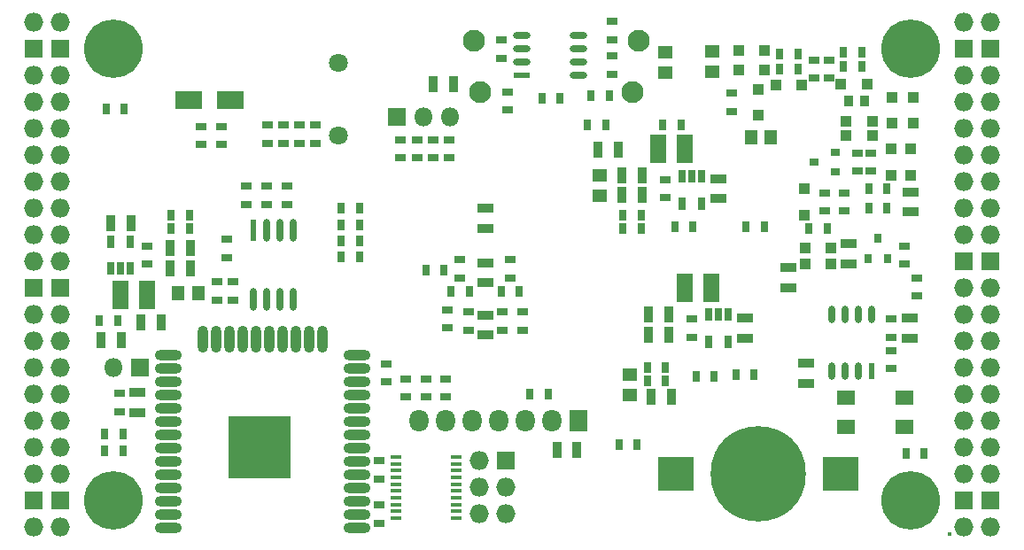
<source format=gbs>
G04 #@! TF.GenerationSoftware,KiCad,Pcbnew,5.0.0-rc2+dfsg1-3*
G04 #@! TF.CreationDate,2018-06-19T01:25:33+02:00*
G04 #@! TF.ProjectId,ulx3s,756C7833732E6B696361645F70636200,rev?*
G04 #@! TF.SameCoordinates,Original*
G04 #@! TF.FileFunction,Soldermask,Bot*
G04 #@! TF.FilePolarity,Negative*
%FSLAX46Y46*%
G04 Gerber Fmt 4.6, Leading zero omitted, Abs format (unit mm)*
G04 Created by KiCad (PCBNEW 5.0.0-rc2+dfsg1-3) date Tue Jun 19 01:25:33 2018*
%MOMM*%
%LPD*%
G01*
G04 APERTURE LIST*
%ADD10R,0.600000X2.100000*%
%ADD11O,0.700000X2.200000*%
%ADD12R,0.600000X1.550000*%
%ADD13O,0.700000X1.650000*%
%ADD14R,1.550000X0.600000*%
%ADD15O,1.650000X0.700000*%
%ADD16R,1.000000X0.400000*%
%ADD17R,0.700000X1.200000*%
%ADD18O,2.600000X1.000000*%
%ADD19O,1.000000X2.600000*%
%ADD20R,6.000000X6.000000*%
%ADD21O,1.827200X1.827200*%
%ADD22R,1.727200X1.727200*%
%ADD23C,5.600000*%
%ADD24R,1.727200X2.032000*%
%ADD25O,1.827200X2.132000*%
%ADD26R,3.500000X3.300000*%
%ADD27C,9.100000*%
%ADD28C,1.800000*%
%ADD29R,1.800000X1.400000*%
%ADD30R,0.970000X1.500000*%
%ADD31R,0.670000X1.000000*%
%ADD32R,1.500000X0.970000*%
%ADD33R,1.000000X0.670000*%
%ADD34C,2.100000*%
%ADD35R,1.000000X1.000000*%
%ADD36C,0.400000*%
%ADD37R,1.700000X1.700000*%
%ADD38O,1.800000X1.800000*%
%ADD39R,1.500000X2.700000*%
%ADD40R,1.295000X1.400000*%
%ADD41R,1.400000X1.295000*%
%ADD42R,2.500000X1.800000*%
%ADD43R,0.800000X0.900000*%
%ADD44R,0.900000X0.800000*%
%ADD45R,0.820000X1.000000*%
G04 APERTURE END LIST*
D10*
G04 #@! TO.C,U10*
X116340000Y-82520000D03*
D11*
X117610000Y-82520000D03*
X118880000Y-82520000D03*
X120150000Y-82520000D03*
X120150000Y-89124000D03*
X118880000Y-89124000D03*
X117610000Y-89124000D03*
X116340000Y-89124000D03*
G04 #@! TD*
D12*
G04 #@! TO.C,U7*
X175395000Y-96015000D03*
D13*
X174125000Y-96015000D03*
X172855000Y-96015000D03*
X171585000Y-96015000D03*
X171585000Y-90615000D03*
X172855000Y-90615000D03*
X174125000Y-90615000D03*
X175395000Y-90615000D03*
G04 #@! TD*
D14*
G04 #@! TO.C,U11*
X141980000Y-67706500D03*
D15*
X141980000Y-66436500D03*
X141980000Y-65166500D03*
X141980000Y-63896500D03*
X147380000Y-63896500D03*
X147380000Y-65166500D03*
X147380000Y-66436500D03*
X147380000Y-67706500D03*
G04 #@! TD*
D16*
G04 #@! TO.C,U6*
X129935000Y-104215000D03*
X129935000Y-104865000D03*
X129935000Y-105515000D03*
X129935000Y-106165000D03*
X129935000Y-106815000D03*
X129935000Y-107465000D03*
X129935000Y-108115000D03*
X129935000Y-108765000D03*
X129935000Y-109415000D03*
X129935000Y-110065000D03*
X135735000Y-110065000D03*
X135735000Y-109415000D03*
X135735000Y-108765000D03*
X135735000Y-108115000D03*
X135735000Y-107465000D03*
X135735000Y-106815000D03*
X135735000Y-106165000D03*
X135735000Y-105515000D03*
X135735000Y-104865000D03*
X135735000Y-104215000D03*
G04 #@! TD*
D17*
G04 #@! TO.C,U5*
X157285000Y-77392000D03*
X158235000Y-77392000D03*
X159185000Y-77392000D03*
X159185000Y-79992000D03*
X157285000Y-79992000D03*
G04 #@! TD*
G04 #@! TO.C,U3*
X159825000Y-90600000D03*
X160775000Y-90600000D03*
X161725000Y-90600000D03*
X161725000Y-93200000D03*
X159825000Y-93200000D03*
G04 #@! TD*
G04 #@! TO.C,U4*
X104575000Y-86215000D03*
X103625000Y-86215000D03*
X102675000Y-86215000D03*
X102675000Y-83615000D03*
X104575000Y-83615000D03*
G04 #@! TD*
D18*
G04 #@! TO.C,U9*
X126230000Y-111000000D03*
X126230000Y-109730000D03*
X126230000Y-108460000D03*
X126230000Y-107190000D03*
X126230000Y-105920000D03*
X126230000Y-104650000D03*
X126230000Y-103380000D03*
X126230000Y-102110000D03*
X126230000Y-100840000D03*
X126230000Y-99570000D03*
X126230000Y-98300000D03*
X126230000Y-97030000D03*
X126230000Y-95760000D03*
X126230000Y-94490000D03*
D19*
X122945000Y-93000000D03*
X121675000Y-93000000D03*
X120405000Y-93000000D03*
X119135000Y-93000000D03*
X117865000Y-93000000D03*
X116595000Y-93000000D03*
X115325000Y-93000000D03*
X114055000Y-93000000D03*
X112785000Y-93000000D03*
X111515000Y-93000000D03*
D18*
X108230000Y-94490000D03*
X108230000Y-95760000D03*
X108230000Y-97030000D03*
X108230000Y-98300000D03*
X108230000Y-99570000D03*
X108230000Y-100840000D03*
X108230000Y-102110000D03*
X108230000Y-103380000D03*
X108230000Y-104650000D03*
X108230000Y-105920000D03*
X108230000Y-107190000D03*
X108230000Y-108460000D03*
X108230000Y-109730000D03*
X108230000Y-111000000D03*
D20*
X116930000Y-103300000D03*
G04 #@! TD*
D21*
G04 #@! TO.C,J1*
X97910000Y-62690000D03*
X95370000Y-62690000D03*
D22*
X97910000Y-65230000D03*
X95370000Y-65230000D03*
D21*
X97910000Y-67770000D03*
X95370000Y-67770000D03*
X97910000Y-70310000D03*
X95370000Y-70310000D03*
X97910000Y-72850000D03*
X95370000Y-72850000D03*
X97910000Y-75390000D03*
X95370000Y-75390000D03*
X97910000Y-77930000D03*
X95370000Y-77930000D03*
X97910000Y-80470000D03*
X95370000Y-80470000D03*
X97910000Y-83010000D03*
X95370000Y-83010000D03*
X97910000Y-85550000D03*
X95370000Y-85550000D03*
D22*
X97910000Y-88090000D03*
X95370000Y-88090000D03*
D21*
X97910000Y-90630000D03*
X95370000Y-90630000D03*
X97910000Y-93170000D03*
X95370000Y-93170000D03*
X97910000Y-95710000D03*
X95370000Y-95710000D03*
X97910000Y-98250000D03*
X95370000Y-98250000D03*
X97910000Y-100790000D03*
X95370000Y-100790000D03*
X97910000Y-103330000D03*
X95370000Y-103330000D03*
X97910000Y-105870000D03*
X95370000Y-105870000D03*
D22*
X97910000Y-108410000D03*
X95370000Y-108410000D03*
D21*
X97910000Y-110950000D03*
X95370000Y-110950000D03*
G04 #@! TD*
G04 #@! TO.C,J2*
X184270000Y-110950000D03*
X186810000Y-110950000D03*
D22*
X184270000Y-108410000D03*
X186810000Y-108410000D03*
D21*
X184270000Y-105870000D03*
X186810000Y-105870000D03*
X184270000Y-103330000D03*
X186810000Y-103330000D03*
X184270000Y-100790000D03*
X186810000Y-100790000D03*
X184270000Y-98250000D03*
X186810000Y-98250000D03*
X184270000Y-95710000D03*
X186810000Y-95710000D03*
X184270000Y-93170000D03*
X186810000Y-93170000D03*
X184270000Y-90630000D03*
X186810000Y-90630000D03*
X184270000Y-88090000D03*
X186810000Y-88090000D03*
D22*
X184270000Y-85550000D03*
X186810000Y-85550000D03*
D21*
X184270000Y-83010000D03*
X186810000Y-83010000D03*
X184270000Y-80470000D03*
X186810000Y-80470000D03*
X184270000Y-77930000D03*
X186810000Y-77930000D03*
X184270000Y-75390000D03*
X186810000Y-75390000D03*
X184270000Y-72850000D03*
X186810000Y-72850000D03*
X184270000Y-70310000D03*
X186810000Y-70310000D03*
X184270000Y-67770000D03*
X186810000Y-67770000D03*
D22*
X184270000Y-65230000D03*
X186810000Y-65230000D03*
D21*
X184270000Y-62690000D03*
X186810000Y-62690000D03*
G04 #@! TD*
D23*
G04 #@! TO.C,H1*
X102990000Y-108410000D03*
G04 #@! TD*
G04 #@! TO.C,H2*
X179190000Y-108410000D03*
G04 #@! TD*
G04 #@! TO.C,H3*
X179190000Y-65230000D03*
G04 #@! TD*
G04 #@! TO.C,H4*
X102990000Y-65230000D03*
G04 #@! TD*
D22*
G04 #@! TO.C,J4*
X140455000Y-104600000D03*
D21*
X137915000Y-104600000D03*
X140455000Y-107140000D03*
X137915000Y-107140000D03*
X140455000Y-109680000D03*
X137915000Y-109680000D03*
G04 #@! TD*
D24*
G04 #@! TO.C,OLED1*
X147440000Y-100790000D03*
D25*
X144900000Y-100790000D03*
X142360000Y-100790000D03*
X139820000Y-100790000D03*
X137280000Y-100790000D03*
X134740000Y-100790000D03*
X132200000Y-100790000D03*
G04 #@! TD*
D26*
G04 #@! TO.C,BAT1*
X172485000Y-105870000D03*
X156685000Y-105870000D03*
D27*
X164585000Y-105870000D03*
G04 #@! TD*
D28*
G04 #@! TO.C,AUDIO1*
X124468000Y-66518000D03*
X124468000Y-73518000D03*
G04 #@! TD*
D29*
G04 #@! TO.C,Y2*
X178576000Y-98522000D03*
X172976000Y-98522000D03*
X172976000Y-101322000D03*
X178576000Y-101322000D03*
G04 #@! TD*
D30*
G04 #@! TO.C,C47*
X133546000Y-68550000D03*
X135456000Y-68550000D03*
G04 #@! TD*
G04 #@! TO.C,C1*
X102748500Y-81885000D03*
X104658500Y-81885000D03*
G04 #@! TD*
D31*
G04 #@! TO.C,C2*
X153985000Y-96910000D03*
X155735000Y-96910000D03*
G04 #@! TD*
D30*
G04 #@! TO.C,C3*
X156015000Y-90630000D03*
X154105000Y-90630000D03*
G04 #@! TD*
G04 #@! TO.C,C4*
X154105000Y-92535000D03*
X156015000Y-92535000D03*
G04 #@! TD*
D32*
G04 #@! TO.C,C5*
X163315000Y-90945000D03*
X163315000Y-92855000D03*
G04 #@! TD*
D31*
G04 #@! TO.C,C6*
X151645000Y-82375000D03*
X153395000Y-82375000D03*
G04 #@! TD*
D30*
G04 #@! TO.C,C7*
X153475000Y-79200000D03*
X151565000Y-79200000D03*
G04 #@! TD*
G04 #@! TO.C,C8*
X153475000Y-77295000D03*
X151565000Y-77295000D03*
G04 #@! TD*
D32*
G04 #@! TO.C,C9*
X160775000Y-79520000D03*
X160775000Y-77610000D03*
G04 #@! TD*
D31*
G04 #@! TO.C,C10*
X108465000Y-81105000D03*
X110215000Y-81105000D03*
G04 #@! TD*
D30*
G04 #@! TO.C,C11*
X108385000Y-84280000D03*
X110295000Y-84280000D03*
G04 #@! TD*
G04 #@! TO.C,C12*
X110295000Y-86185000D03*
X108385000Y-86185000D03*
G04 #@! TD*
D32*
G04 #@! TO.C,C13*
X173221000Y-83833000D03*
X173221000Y-85743000D03*
G04 #@! TD*
D33*
G04 #@! TO.C,C14*
X175380000Y-76900000D03*
X175380000Y-75150000D03*
G04 #@! TD*
D32*
G04 #@! TO.C,C15*
X105276000Y-99967000D03*
X105276000Y-98057000D03*
G04 #@! TD*
G04 #@! TO.C,C16*
X167506000Y-88029000D03*
X167506000Y-86119000D03*
G04 #@! TD*
G04 #@! TO.C,C17*
X138500000Y-90665000D03*
X138500000Y-92575000D03*
G04 #@! TD*
D33*
G04 #@! TO.C,C18*
X150589600Y-64359000D03*
X150589600Y-62609000D03*
G04 #@! TD*
D32*
G04 #@! TO.C,C19*
X138500000Y-82375000D03*
X138500000Y-80465000D03*
G04 #@! TD*
G04 #@! TO.C,C20*
X138500000Y-87575000D03*
X138500000Y-85665000D03*
G04 #@! TD*
D30*
G04 #@! TO.C,C21*
X103706000Y-93061000D03*
X101796000Y-93061000D03*
G04 #@! TD*
G04 #@! TO.C,C22*
X154359000Y-98504000D03*
X156269000Y-98504000D03*
G04 #@! TD*
G04 #@! TO.C,C23*
X105591000Y-91392000D03*
X107501000Y-91392000D03*
G04 #@! TD*
G04 #@! TO.C,C24*
X151189000Y-74882000D03*
X149279000Y-74882000D03*
G04 #@! TD*
D33*
G04 #@! TO.C,C25*
X140900000Y-87095000D03*
X140900000Y-85345000D03*
G04 #@! TD*
G04 #@! TO.C,C26*
X136100000Y-87095000D03*
X136100000Y-85345000D03*
G04 #@! TD*
G04 #@! TO.C,C27*
X136900000Y-92095000D03*
X136900000Y-90345000D03*
G04 #@! TD*
G04 #@! TO.C,C28*
X140100000Y-90345000D03*
X140100000Y-92095000D03*
G04 #@! TD*
G04 #@! TO.C,C29*
X142100000Y-92095000D03*
X142100000Y-90345000D03*
G04 #@! TD*
G04 #@! TO.C,C30*
X134900000Y-90145000D03*
X134900000Y-91895000D03*
G04 #@! TD*
D31*
G04 #@! TO.C,C31*
X135225000Y-88420000D03*
X136975000Y-88420000D03*
G04 #@! TD*
G04 #@! TO.C,C32*
X140025000Y-88420000D03*
X141775000Y-88420000D03*
G04 #@! TD*
G04 #@! TO.C,C33*
X163425000Y-82220000D03*
X165175000Y-82220000D03*
G04 #@! TD*
G04 #@! TO.C,C34*
X158375000Y-82220000D03*
X156625000Y-82220000D03*
G04 #@! TD*
D33*
G04 #@! TO.C,C35*
X177300000Y-94025000D03*
X177300000Y-95775000D03*
G04 #@! TD*
D30*
G04 #@! TO.C,C46*
X145342000Y-103584000D03*
X147252000Y-103584000D03*
G04 #@! TD*
D31*
G04 #@! TO.C,C48*
X103995000Y-70963000D03*
X102245000Y-70963000D03*
G04 #@! TD*
G04 #@! TO.C,C49*
X103372000Y-91156000D03*
X101622000Y-91156000D03*
G04 #@! TD*
D33*
G04 #@! TO.C,C50*
X179713000Y-88856000D03*
X179713000Y-87106000D03*
G04 #@! TD*
D31*
G04 #@! TO.C,C51*
X180473000Y-103856000D03*
X178723000Y-103856000D03*
G04 #@! TD*
G04 #@! TO.C,C52*
X158645000Y-96490000D03*
X160395000Y-96490000D03*
G04 #@! TD*
G04 #@! TO.C,C53*
X132827200Y-86330000D03*
X134577200Y-86330000D03*
G04 #@! TD*
D32*
G04 #@! TO.C,C54*
X169172000Y-95281000D03*
X169172000Y-97191000D03*
G04 #@! TD*
G04 #@! TO.C,D11*
X179190000Y-80790000D03*
X179190000Y-78880000D03*
G04 #@! TD*
D34*
G04 #@! TO.C,GPDI1*
X152546000Y-69312000D03*
X138046000Y-69312000D03*
X153146000Y-64412000D03*
X137446000Y-64412000D03*
G04 #@! TD*
D35*
G04 #@! TO.C,D10*
X169050000Y-84280000D03*
X171550000Y-84280000D03*
G04 #@! TD*
G04 #@! TO.C,D12*
X169030000Y-78585000D03*
X169030000Y-81085000D03*
G04 #@! TD*
G04 #@! TO.C,D13*
X171550000Y-85804000D03*
X169050000Y-85804000D03*
G04 #@! TD*
G04 #@! TO.C,D14*
X179190000Y-74775000D03*
X179190000Y-77275000D03*
G04 #@! TD*
G04 #@! TO.C,D15*
X177285000Y-77275000D03*
X177285000Y-74775000D03*
G04 #@! TD*
G04 #@! TO.C,D16*
X172987000Y-73503000D03*
X175487000Y-73503000D03*
G04 #@! TD*
G04 #@! TO.C,D17*
X164585000Y-69060000D03*
X164585000Y-71560000D03*
G04 #@! TD*
G04 #@! TO.C,D20*
X168756000Y-68659000D03*
X166256000Y-68659000D03*
G04 #@! TD*
G04 #@! TO.C,D21*
X174979000Y-68550000D03*
X172479000Y-68550000D03*
G04 #@! TD*
G04 #@! TO.C,D23*
X165200000Y-67262000D03*
X162700000Y-67262000D03*
G04 #@! TD*
G04 #@! TO.C,D24*
X162700000Y-65357000D03*
X165200000Y-65357000D03*
G04 #@! TD*
G04 #@! TO.C,D25*
X177412000Y-72322000D03*
X177412000Y-69822000D03*
G04 #@! TD*
G04 #@! TO.C,D26*
X179444000Y-69822000D03*
X179444000Y-72322000D03*
G04 #@! TD*
D36*
G04 #@! TO.C,AE1*
X182888000Y-111603000D03*
G04 #@! TD*
D33*
G04 #@! TO.C,R49*
X113277000Y-74360000D03*
X113277000Y-72610000D03*
G04 #@! TD*
G04 #@! TO.C,R50*
X111372000Y-72610000D03*
X111372000Y-74360000D03*
G04 #@! TD*
D31*
G04 #@! TO.C,R51*
X155455000Y-72487000D03*
X157205000Y-72487000D03*
G04 #@! TD*
D33*
G04 #@! TO.C,R52*
X171331000Y-66278000D03*
X171331000Y-68028000D03*
G04 #@! TD*
G04 #@! TO.C,R53*
X169919000Y-68028000D03*
X169919000Y-66278000D03*
G04 #@! TD*
D31*
G04 #@! TO.C,R54*
X174477000Y-65502000D03*
X172727000Y-65502000D03*
G04 #@! TD*
D33*
G04 #@! TO.C,R56*
X128390000Y-106321000D03*
X128390000Y-104571000D03*
G04 #@! TD*
G04 #@! TO.C,R57*
X117722000Y-72483000D03*
X117722000Y-74233000D03*
G04 #@! TD*
G04 #@! TO.C,R58*
X119246000Y-74233000D03*
X119246000Y-72483000D03*
G04 #@! TD*
G04 #@! TO.C,R59*
X120770000Y-72483000D03*
X120770000Y-74233000D03*
G04 #@! TD*
G04 #@! TO.C,R60*
X122294000Y-74233000D03*
X122294000Y-72483000D03*
G04 #@! TD*
D31*
G04 #@! TO.C,R61*
X145655000Y-69900000D03*
X143905000Y-69900000D03*
G04 #@! TD*
D37*
G04 #@! TO.C,J3*
X105530000Y-95710000D03*
D38*
X102990000Y-95710000D03*
G04 #@! TD*
D37*
G04 #@! TO.C,J5*
X130056000Y-71725000D03*
D38*
X132596000Y-71725000D03*
X135136000Y-71725000D03*
G04 #@! TD*
D31*
G04 #@! TO.C,R40*
X166631000Y-65738000D03*
X168381000Y-65738000D03*
G04 #@! TD*
D33*
G04 #@! TO.C,R55*
X134740000Y-96740000D03*
X134740000Y-98490000D03*
G04 #@! TD*
D32*
G04 #@! TO.C,C55*
X179078000Y-90963000D03*
X179078000Y-92873000D03*
G04 #@! TD*
D33*
G04 #@! TO.C,R65*
X177300000Y-92793000D03*
X177300000Y-91043000D03*
G04 #@! TD*
D39*
G04 #@! TO.C,L1*
X160140000Y-88090000D03*
X157600000Y-88090000D03*
G04 #@! TD*
G04 #@! TO.C,L2*
X103625000Y-88725000D03*
X106165000Y-88725000D03*
G04 #@! TD*
G04 #@! TO.C,L3*
X155060000Y-74755000D03*
X157600000Y-74755000D03*
G04 #@! TD*
D31*
G04 #@! TO.C,R1*
X171175000Y-82375000D03*
X169425000Y-82375000D03*
G04 #@! TD*
D33*
G04 #@! TO.C,R2*
X172840000Y-78960000D03*
X172840000Y-80710000D03*
G04 #@! TD*
G04 #@! TO.C,R3*
X162045000Y-71185000D03*
X162045000Y-69435000D03*
G04 #@! TD*
D31*
G04 #@! TO.C,R4*
X176890000Y-80470000D03*
X175140000Y-80470000D03*
G04 #@! TD*
D33*
G04 #@! TO.C,R5*
X174110000Y-75150000D03*
X174110000Y-76900000D03*
G04 #@! TD*
G04 #@! TO.C,R6*
X178555000Y-85790000D03*
X178555000Y-84040000D03*
G04 #@! TD*
G04 #@! TO.C,R7*
X113785000Y-85155000D03*
X113785000Y-83405000D03*
G04 #@! TD*
G04 #@! TO.C,R8*
X170935000Y-80710000D03*
X170935000Y-78960000D03*
G04 #@! TD*
G04 #@! TO.C,R9*
X128390000Y-110555000D03*
X128390000Y-108805000D03*
G04 #@! TD*
D31*
G04 #@! TO.C,R10*
X151264000Y-103076000D03*
X153014000Y-103076000D03*
G04 #@! TD*
D33*
G04 #@! TO.C,R11*
X119515000Y-80093000D03*
X119515000Y-78343000D03*
G04 #@! TD*
G04 #@! TO.C,R12*
X114420000Y-89219000D03*
X114420000Y-87469000D03*
G04 #@! TD*
D31*
G04 #@! TO.C,R13*
X175140000Y-78565000D03*
X176890000Y-78565000D03*
G04 #@! TD*
G04 #@! TO.C,R14*
X124721000Y-85060000D03*
X126471000Y-85060000D03*
G04 #@! TD*
G04 #@! TO.C,R15*
X126471000Y-83536000D03*
X124721000Y-83536000D03*
G04 #@! TD*
G04 #@! TO.C,R16*
X124721000Y-82012000D03*
X126471000Y-82012000D03*
G04 #@! TD*
G04 #@! TO.C,R17*
X126471000Y-80470000D03*
X124721000Y-80470000D03*
G04 #@! TD*
D33*
G04 #@! TO.C,R18*
X130422000Y-73898000D03*
X130422000Y-75648000D03*
G04 #@! TD*
G04 #@! TO.C,R19*
X131961000Y-73898000D03*
X131961000Y-75648000D03*
G04 #@! TD*
G04 #@! TO.C,R20*
X133485000Y-73898000D03*
X133485000Y-75648000D03*
G04 #@! TD*
G04 #@! TO.C,R21*
X135009000Y-75648000D03*
X135009000Y-73898000D03*
G04 #@! TD*
G04 #@! TO.C,R22*
X140025500Y-66105000D03*
X140025500Y-64355000D03*
G04 #@! TD*
G04 #@! TO.C,R23*
X140597000Y-71076000D03*
X140597000Y-69326000D03*
G04 #@! TD*
G04 #@! TO.C,R24*
X150615000Y-67647000D03*
X150615000Y-65897000D03*
G04 #@! TD*
D31*
G04 #@! TO.C,R25*
X148300000Y-72487000D03*
X150050000Y-72487000D03*
G04 #@! TD*
G04 #@! TO.C,R26*
X150362000Y-69693000D03*
X148612000Y-69693000D03*
G04 #@! TD*
D33*
G04 #@! TO.C,R27*
X129025000Y-95300000D03*
X129025000Y-97050000D03*
G04 #@! TD*
G04 #@! TO.C,R28*
X117595000Y-78343000D03*
X117595000Y-80093000D03*
G04 #@! TD*
G04 #@! TO.C,R29*
X112896000Y-89219000D03*
X112896000Y-87469000D03*
G04 #@! TD*
G04 #@! TO.C,R30*
X115690000Y-78343000D03*
X115690000Y-80093000D03*
G04 #@! TD*
D31*
G04 #@! TO.C,R31*
X142755000Y-98250000D03*
X144505000Y-98250000D03*
G04 #@! TD*
D33*
G04 #@! TO.C,R32*
X132835000Y-98490000D03*
X132835000Y-96740000D03*
G04 #@! TD*
G04 #@! TO.C,R33*
X130930000Y-96740000D03*
X130930000Y-98490000D03*
G04 #@! TD*
D31*
G04 #@! TO.C,R34*
X102115000Y-103600000D03*
X103865000Y-103600000D03*
G04 #@! TD*
G04 #@! TO.C,R35*
X102115000Y-102060000D03*
X103865000Y-102060000D03*
G04 #@! TD*
D33*
G04 #@! TO.C,R38*
X103576500Y-99905000D03*
X103576500Y-98155000D03*
G04 #@! TD*
D31*
G04 #@! TO.C,R39*
X164190000Y-96345000D03*
X162440000Y-96345000D03*
G04 #@! TD*
G04 #@! TO.C,R63*
X168381000Y-67135000D03*
X166631000Y-67135000D03*
G04 #@! TD*
G04 #@! TO.C,R64*
X174475000Y-66899000D03*
X172725000Y-66899000D03*
G04 #@! TD*
G04 #@! TO.C,RA1*
X153985000Y-95640000D03*
X155735000Y-95640000D03*
G04 #@! TD*
G04 #@! TO.C,RA2*
X110215000Y-82375000D03*
X108465000Y-82375000D03*
G04 #@! TD*
G04 #@! TO.C,RA3*
X151645000Y-81105000D03*
X153395000Y-81105000D03*
G04 #@! TD*
D33*
G04 #@! TO.C,RB1*
X158235000Y-92775000D03*
X158235000Y-91025000D03*
G04 #@! TD*
G04 #@! TO.C,RB2*
X106165000Y-85790000D03*
X106165000Y-84040000D03*
G04 #@! TD*
G04 #@! TO.C,RB3*
X155695000Y-79440000D03*
X155695000Y-77690000D03*
G04 #@! TD*
D40*
G04 #@! TO.C,RD9*
X165821500Y-73630000D03*
X163886500Y-73630000D03*
G04 #@! TD*
D41*
G04 #@! TO.C,RD51*
X155710000Y-65550500D03*
X155710000Y-67485500D03*
G04 #@! TD*
G04 #@! TO.C,RD52*
X160155000Y-67358500D03*
X160155000Y-65423500D03*
G04 #@! TD*
G04 #@! TO.C,RP1*
X152281000Y-96393500D03*
X152281000Y-98328500D03*
G04 #@! TD*
D40*
G04 #@! TO.C,RP2*
X111069500Y-88598000D03*
X109134500Y-88598000D03*
G04 #@! TD*
D41*
G04 #@! TO.C,RP3*
X149472000Y-77343500D03*
X149472000Y-79278500D03*
G04 #@! TD*
D42*
G04 #@! TO.C,D8*
X110149000Y-70074000D03*
X114149000Y-70074000D03*
G04 #@! TD*
D43*
G04 #@! TO.C,Q1*
X176015000Y-83280000D03*
X175065000Y-85280000D03*
X176965000Y-85280000D03*
G04 #@! TD*
D44*
G04 #@! TO.C,Q2*
X171935000Y-75075000D03*
X171935000Y-76975000D03*
X169935000Y-76025000D03*
G04 #@! TD*
D35*
G04 #@! TO.C,D27*
X175502000Y-72106000D03*
X173002000Y-72106000D03*
G04 #@! TD*
D45*
G04 #@! TO.C,R66*
X173198000Y-70201000D03*
X174798000Y-70201000D03*
G04 #@! TD*
M02*

</source>
